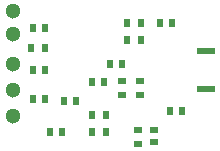
<source format=gtp>
%FSLAX25Y25*%
%MOIN*%
G70*
G01*
G75*
G04 Layer_Color=8421504*
%ADD10C,0.05118*%
%ADD11R,0.05906X0.02165*%
%ADD12R,0.02165X0.02559*%
%ADD13R,0.02559X0.02165*%
%ADD14R,0.02362X0.02756*%
%ADD15R,0.02756X0.02362*%
%ADD16C,0.00787*%
%ADD17C,0.01181*%
%ADD18C,0.01969*%
%ADD19R,0.00197X0.00630*%
%ADD20R,0.78740X0.00315*%
%ADD21C,0.05906*%
%ADD22O,0.03500X0.05000*%
%ADD23C,0.01969*%
%ADD24R,0.01378X0.11811*%
%ADD25R,0.03600X0.03600*%
%ADD26R,0.03600X0.05000*%
%ADD27R,0.01575X0.03937*%
%ADD28R,0.05118X0.05118*%
%ADD29R,0.00787X0.02362*%
%ADD30R,0.00787X0.03150*%
%ADD31R,0.02362X0.00787*%
%ADD32R,0.03150X0.00787*%
%ADD33C,0.00500*%
%ADD34C,0.00591*%
%ADD35C,0.00394*%
D10*
X8560Y49160D02*
D03*
Y41510D02*
D03*
Y31740D02*
D03*
Y22850D02*
D03*
X8530Y14170D02*
D03*
D11*
X72934Y35842D02*
D03*
Y23213D02*
D03*
D12*
X15270Y43750D02*
D03*
X19207D02*
D03*
X19270Y29700D02*
D03*
X15333D02*
D03*
X44970Y31500D02*
D03*
X41033D02*
D03*
X20850Y8938D02*
D03*
X24787D02*
D03*
X35030Y25770D02*
D03*
X38967D02*
D03*
X25660Y19440D02*
D03*
X29597D02*
D03*
X15350Y19990D02*
D03*
X19287D02*
D03*
X61580Y45405D02*
D03*
X57643D02*
D03*
X60860Y16050D02*
D03*
X64797D02*
D03*
D13*
X55610Y9653D02*
D03*
Y5716D02*
D03*
D14*
X19370Y37110D02*
D03*
X14645D02*
D03*
X51222Y39630D02*
D03*
X46498D02*
D03*
Y45450D02*
D03*
X51222D02*
D03*
X39652Y14610D02*
D03*
X34928D02*
D03*
X39652Y8980D02*
D03*
X34928D02*
D03*
D15*
X50730Y21338D02*
D03*
Y26062D02*
D03*
X44980Y21338D02*
D03*
Y26062D02*
D03*
X50100Y9752D02*
D03*
Y5028D02*
D03*
M02*

</source>
